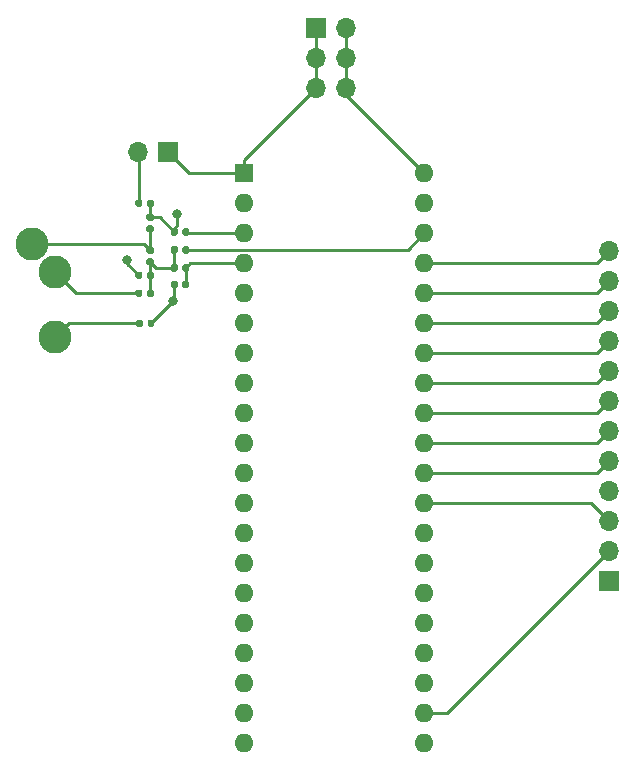
<source format=gbr>
%TF.GenerationSoftware,KiCad,Pcbnew,(5.1.6)-1*%
%TF.CreationDate,2020-09-22T21:50:49+03:00*%
%TF.ProjectId,AY devboard,41592064-6576-4626-9f61-72642e6b6963,rev?*%
%TF.SameCoordinates,Original*%
%TF.FileFunction,Copper,L1,Top*%
%TF.FilePolarity,Positive*%
%FSLAX46Y46*%
G04 Gerber Fmt 4.6, Leading zero omitted, Abs format (unit mm)*
G04 Created by KiCad (PCBNEW (5.1.6)-1) date 2020-09-22 21:50:49*
%MOMM*%
%LPD*%
G01*
G04 APERTURE LIST*
%TA.AperFunction,ComponentPad*%
%ADD10O,1.600000X1.600000*%
%TD*%
%TA.AperFunction,ComponentPad*%
%ADD11R,1.600000X1.600000*%
%TD*%
%TA.AperFunction,ComponentPad*%
%ADD12O,1.700000X1.700000*%
%TD*%
%TA.AperFunction,ComponentPad*%
%ADD13R,1.700000X1.700000*%
%TD*%
%TA.AperFunction,ComponentPad*%
%ADD14C,2.800000*%
%TD*%
%TA.AperFunction,ViaPad*%
%ADD15C,0.800000*%
%TD*%
%TA.AperFunction,Conductor*%
%ADD16C,0.250000*%
%TD*%
G04 APERTURE END LIST*
D10*
%TO.P,U2,40*%
%TO.N,+5V*%
X126104000Y-65520000D03*
%TO.P,U2,20*%
%TO.N,N/C*%
X110864000Y-113780000D03*
%TO.P,U2,39*%
X126104000Y-68060000D03*
%TO.P,U2,19*%
X110864000Y-111240000D03*
%TO.P,U2,38*%
%TO.N,Net-(R20-Pad2)*%
X126104000Y-70600000D03*
%TO.P,U2,18*%
%TO.N,N/C*%
X110864000Y-108700000D03*
%TO.P,U2,37*%
%TO.N,/D0*%
X126104000Y-73140000D03*
%TO.P,U2,17*%
%TO.N,N/C*%
X110864000Y-106160000D03*
%TO.P,U2,36*%
%TO.N,/D1*%
X126104000Y-75680000D03*
%TO.P,U2,16*%
%TO.N,N/C*%
X110864000Y-103620000D03*
%TO.P,U2,35*%
%TO.N,/D2*%
X126104000Y-78220000D03*
%TO.P,U2,15*%
%TO.N,N/C*%
X110864000Y-101080000D03*
%TO.P,U2,34*%
%TO.N,/D3*%
X126104000Y-80760000D03*
%TO.P,U2,14*%
%TO.N,N/C*%
X110864000Y-98540000D03*
%TO.P,U2,33*%
%TO.N,/D4*%
X126104000Y-83300000D03*
%TO.P,U2,13*%
%TO.N,N/C*%
X110864000Y-96000000D03*
%TO.P,U2,32*%
%TO.N,/D5*%
X126104000Y-85840000D03*
%TO.P,U2,12*%
%TO.N,N/C*%
X110864000Y-93460000D03*
%TO.P,U2,31*%
%TO.N,/D6*%
X126104000Y-88380000D03*
%TO.P,U2,11*%
%TO.N,N/C*%
X110864000Y-90920000D03*
%TO.P,U2,30*%
%TO.N,/D7*%
X126104000Y-90920000D03*
%TO.P,U2,10*%
%TO.N,N/C*%
X110864000Y-88380000D03*
%TO.P,U2,29*%
%TO.N,/BC1*%
X126104000Y-93460000D03*
%TO.P,U2,9*%
%TO.N,N/C*%
X110864000Y-85840000D03*
%TO.P,U2,28*%
%TO.N,+5V*%
X126104000Y-96000000D03*
%TO.P,U2,8*%
%TO.N,N/C*%
X110864000Y-83300000D03*
%TO.P,U2,27*%
%TO.N,/BDIR*%
X126104000Y-98540000D03*
%TO.P,U2,7*%
%TO.N,N/C*%
X110864000Y-80760000D03*
%TO.P,U2,26*%
X126104000Y-101080000D03*
%TO.P,U2,6*%
X110864000Y-78220000D03*
%TO.P,U2,25*%
%TO.N,+5V*%
X126104000Y-103620000D03*
%TO.P,U2,5*%
%TO.N,N/C*%
X110864000Y-75680000D03*
%TO.P,U2,24*%
%TO.N,GND*%
X126104000Y-106160000D03*
%TO.P,U2,4*%
%TO.N,Net-(R21-Pad2)*%
X110864000Y-73140000D03*
%TO.P,U2,23*%
%TO.N,/~RESET*%
X126104000Y-108700000D03*
%TO.P,U2,3*%
%TO.N,Net-(R19-Pad2)*%
X110864000Y-70600000D03*
%TO.P,U2,22*%
%TO.N,/CLOCK*%
X126104000Y-111240000D03*
%TO.P,U2,2*%
%TO.N,N/C*%
X110864000Y-68060000D03*
%TO.P,U2,21*%
X126104000Y-113780000D03*
D11*
%TO.P,U2,1*%
%TO.N,GND*%
X110864000Y-65520000D03*
%TD*%
%TO.P,R23,2*%
%TO.N,GND*%
%TA.AperFunction,SMDPad,CuDef*%
G36*
G01*
X103074500Y-72350000D02*
X102729500Y-72350000D01*
G75*
G02*
X102582000Y-72202500I0J147500D01*
G01*
X102582000Y-71907500D01*
G75*
G02*
X102729500Y-71760000I147500J0D01*
G01*
X103074500Y-71760000D01*
G75*
G02*
X103222000Y-71907500I0J-147500D01*
G01*
X103222000Y-72202500D01*
G75*
G02*
X103074500Y-72350000I-147500J0D01*
G01*
G37*
%TD.AperFunction*%
%TO.P,R23,1*%
%TO.N,Net-(C58-Pad2)*%
%TA.AperFunction,SMDPad,CuDef*%
G36*
G01*
X103074500Y-73320000D02*
X102729500Y-73320000D01*
G75*
G02*
X102582000Y-73172500I0J147500D01*
G01*
X102582000Y-72877500D01*
G75*
G02*
X102729500Y-72730000I147500J0D01*
G01*
X103074500Y-72730000D01*
G75*
G02*
X103222000Y-72877500I0J-147500D01*
G01*
X103222000Y-73172500D01*
G75*
G02*
X103074500Y-73320000I-147500J0D01*
G01*
G37*
%TD.AperFunction*%
%TD*%
%TO.P,R22,2*%
%TO.N,Net-(R21-Pad2)*%
%TA.AperFunction,SMDPad,CuDef*%
G36*
G01*
X105623000Y-75102500D02*
X105623000Y-74757500D01*
G75*
G02*
X105770500Y-74610000I147500J0D01*
G01*
X106065500Y-74610000D01*
G75*
G02*
X106213000Y-74757500I0J-147500D01*
G01*
X106213000Y-75102500D01*
G75*
G02*
X106065500Y-75250000I-147500J0D01*
G01*
X105770500Y-75250000D01*
G75*
G02*
X105623000Y-75102500I0J147500D01*
G01*
G37*
%TD.AperFunction*%
%TO.P,R22,1*%
%TO.N,Net-(C57-Pad2)*%
%TA.AperFunction,SMDPad,CuDef*%
G36*
G01*
X104653000Y-75102500D02*
X104653000Y-74757500D01*
G75*
G02*
X104800500Y-74610000I147500J0D01*
G01*
X105095500Y-74610000D01*
G75*
G02*
X105243000Y-74757500I0J-147500D01*
G01*
X105243000Y-75102500D01*
G75*
G02*
X105095500Y-75250000I-147500J0D01*
G01*
X104800500Y-75250000D01*
G75*
G02*
X104653000Y-75102500I0J147500D01*
G01*
G37*
%TD.AperFunction*%
%TD*%
%TO.P,R21,2*%
%TO.N,Net-(R21-Pad2)*%
%TA.AperFunction,SMDPad,CuDef*%
G36*
G01*
X105623000Y-73705500D02*
X105623000Y-73360500D01*
G75*
G02*
X105770500Y-73213000I147500J0D01*
G01*
X106065500Y-73213000D01*
G75*
G02*
X106213000Y-73360500I0J-147500D01*
G01*
X106213000Y-73705500D01*
G75*
G02*
X106065500Y-73853000I-147500J0D01*
G01*
X105770500Y-73853000D01*
G75*
G02*
X105623000Y-73705500I0J147500D01*
G01*
G37*
%TD.AperFunction*%
%TO.P,R21,1*%
%TO.N,Net-(C58-Pad2)*%
%TA.AperFunction,SMDPad,CuDef*%
G36*
G01*
X104653000Y-73705500D02*
X104653000Y-73360500D01*
G75*
G02*
X104800500Y-73213000I147500J0D01*
G01*
X105095500Y-73213000D01*
G75*
G02*
X105243000Y-73360500I0J-147500D01*
G01*
X105243000Y-73705500D01*
G75*
G02*
X105095500Y-73853000I-147500J0D01*
G01*
X104800500Y-73853000D01*
G75*
G02*
X104653000Y-73705500I0J147500D01*
G01*
G37*
%TD.AperFunction*%
%TD*%
%TO.P,R20,2*%
%TO.N,Net-(R20-Pad2)*%
%TA.AperFunction,SMDPad,CuDef*%
G36*
G01*
X105623000Y-72181500D02*
X105623000Y-71836500D01*
G75*
G02*
X105770500Y-71689000I147500J0D01*
G01*
X106065500Y-71689000D01*
G75*
G02*
X106213000Y-71836500I0J-147500D01*
G01*
X106213000Y-72181500D01*
G75*
G02*
X106065500Y-72329000I-147500J0D01*
G01*
X105770500Y-72329000D01*
G75*
G02*
X105623000Y-72181500I0J147500D01*
G01*
G37*
%TD.AperFunction*%
%TO.P,R20,1*%
%TO.N,Net-(C58-Pad2)*%
%TA.AperFunction,SMDPad,CuDef*%
G36*
G01*
X104653000Y-72181500D02*
X104653000Y-71836500D01*
G75*
G02*
X104800500Y-71689000I147500J0D01*
G01*
X105095500Y-71689000D01*
G75*
G02*
X105243000Y-71836500I0J-147500D01*
G01*
X105243000Y-72181500D01*
G75*
G02*
X105095500Y-72329000I-147500J0D01*
G01*
X104800500Y-72329000D01*
G75*
G02*
X104653000Y-72181500I0J147500D01*
G01*
G37*
%TD.AperFunction*%
%TD*%
%TO.P,R19,2*%
%TO.N,Net-(R19-Pad2)*%
%TA.AperFunction,SMDPad,CuDef*%
G36*
G01*
X105623000Y-70657500D02*
X105623000Y-70312500D01*
G75*
G02*
X105770500Y-70165000I147500J0D01*
G01*
X106065500Y-70165000D01*
G75*
G02*
X106213000Y-70312500I0J-147500D01*
G01*
X106213000Y-70657500D01*
G75*
G02*
X106065500Y-70805000I-147500J0D01*
G01*
X105770500Y-70805000D01*
G75*
G02*
X105623000Y-70657500I0J147500D01*
G01*
G37*
%TD.AperFunction*%
%TO.P,R19,1*%
%TO.N,Net-(C57-Pad2)*%
%TA.AperFunction,SMDPad,CuDef*%
G36*
G01*
X104653000Y-70657500D02*
X104653000Y-70312500D01*
G75*
G02*
X104800500Y-70165000I147500J0D01*
G01*
X105095500Y-70165000D01*
G75*
G02*
X105243000Y-70312500I0J-147500D01*
G01*
X105243000Y-70657500D01*
G75*
G02*
X105095500Y-70805000I-147500J0D01*
G01*
X104800500Y-70805000D01*
G75*
G02*
X104653000Y-70657500I0J147500D01*
G01*
G37*
%TD.AperFunction*%
%TD*%
%TO.P,R18,2*%
%TO.N,Net-(C57-Pad2)*%
%TA.AperFunction,SMDPad,CuDef*%
G36*
G01*
X103074500Y-69556000D02*
X102729500Y-69556000D01*
G75*
G02*
X102582000Y-69408500I0J147500D01*
G01*
X102582000Y-69113500D01*
G75*
G02*
X102729500Y-68966000I147500J0D01*
G01*
X103074500Y-68966000D01*
G75*
G02*
X103222000Y-69113500I0J-147500D01*
G01*
X103222000Y-69408500D01*
G75*
G02*
X103074500Y-69556000I-147500J0D01*
G01*
G37*
%TD.AperFunction*%
%TO.P,R18,1*%
%TO.N,GND*%
%TA.AperFunction,SMDPad,CuDef*%
G36*
G01*
X103074500Y-70526000D02*
X102729500Y-70526000D01*
G75*
G02*
X102582000Y-70378500I0J147500D01*
G01*
X102582000Y-70083500D01*
G75*
G02*
X102729500Y-69936000I147500J0D01*
G01*
X103074500Y-69936000D01*
G75*
G02*
X103222000Y-70083500I0J-147500D01*
G01*
X103222000Y-70378500D01*
G75*
G02*
X103074500Y-70526000I-147500J0D01*
G01*
G37*
%TD.AperFunction*%
%TD*%
%TO.P,R17,2*%
%TO.N,Net-(C57-Pad2)*%
%TA.AperFunction,SMDPad,CuDef*%
G36*
G01*
X102632000Y-68244500D02*
X102632000Y-67899500D01*
G75*
G02*
X102779500Y-67752000I147500J0D01*
G01*
X103074500Y-67752000D01*
G75*
G02*
X103222000Y-67899500I0J-147500D01*
G01*
X103222000Y-68244500D01*
G75*
G02*
X103074500Y-68392000I-147500J0D01*
G01*
X102779500Y-68392000D01*
G75*
G02*
X102632000Y-68244500I0J147500D01*
G01*
G37*
%TD.AperFunction*%
%TO.P,R17,1*%
%TO.N,Net-(J2-Pad2)*%
%TA.AperFunction,SMDPad,CuDef*%
G36*
G01*
X101662000Y-68244500D02*
X101662000Y-67899500D01*
G75*
G02*
X101809500Y-67752000I147500J0D01*
G01*
X102104500Y-67752000D01*
G75*
G02*
X102252000Y-67899500I0J-147500D01*
G01*
X102252000Y-68244500D01*
G75*
G02*
X102104500Y-68392000I-147500J0D01*
G01*
X101809500Y-68392000D01*
G75*
G02*
X101662000Y-68244500I0J147500D01*
G01*
G37*
%TD.AperFunction*%
%TD*%
%TO.P,R16,2*%
%TO.N,Net-(C58-Pad2)*%
%TA.AperFunction,SMDPad,CuDef*%
G36*
G01*
X102632000Y-74340500D02*
X102632000Y-73995500D01*
G75*
G02*
X102779500Y-73848000I147500J0D01*
G01*
X103074500Y-73848000D01*
G75*
G02*
X103222000Y-73995500I0J-147500D01*
G01*
X103222000Y-74340500D01*
G75*
G02*
X103074500Y-74488000I-147500J0D01*
G01*
X102779500Y-74488000D01*
G75*
G02*
X102632000Y-74340500I0J147500D01*
G01*
G37*
%TD.AperFunction*%
%TO.P,R16,1*%
%TO.N,Net-(J2-Pad2)*%
%TA.AperFunction,SMDPad,CuDef*%
G36*
G01*
X101662000Y-74340500D02*
X101662000Y-73995500D01*
G75*
G02*
X101809500Y-73848000I147500J0D01*
G01*
X102104500Y-73848000D01*
G75*
G02*
X102252000Y-73995500I0J-147500D01*
G01*
X102252000Y-74340500D01*
G75*
G02*
X102104500Y-74488000I-147500J0D01*
G01*
X101809500Y-74488000D01*
G75*
G02*
X101662000Y-74340500I0J147500D01*
G01*
G37*
%TD.AperFunction*%
%TD*%
D12*
%TO.P,J4,12*%
%TO.N,/D0*%
X141732000Y-72136000D03*
%TO.P,J4,11*%
%TO.N,/D1*%
X141732000Y-74676000D03*
%TO.P,J4,10*%
%TO.N,/D2*%
X141732000Y-77216000D03*
%TO.P,J4,9*%
%TO.N,/D3*%
X141732000Y-79756000D03*
%TO.P,J4,8*%
%TO.N,/D4*%
X141732000Y-82296000D03*
%TO.P,J4,7*%
%TO.N,/D5*%
X141732000Y-84836000D03*
%TO.P,J4,6*%
%TO.N,/D6*%
X141732000Y-87376000D03*
%TO.P,J4,5*%
%TO.N,/D7*%
X141732000Y-89916000D03*
%TO.P,J4,4*%
%TO.N,/BDIR*%
X141732000Y-92456000D03*
%TO.P,J4,3*%
%TO.N,/BC1*%
X141732000Y-94996000D03*
%TO.P,J4,2*%
%TO.N,/CLOCK*%
X141732000Y-97536000D03*
D13*
%TO.P,J4,1*%
%TO.N,/~RESET*%
X141732000Y-100076000D03*
%TD*%
D14*
%TO.P,J3,R*%
%TO.N,Net-(C57-Pad1)*%
X94869000Y-79414000D03*
%TO.P,J3,T*%
%TO.N,Net-(C58-Pad1)*%
X94869000Y-73914000D03*
%TO.P,J3,S*%
%TO.N,GND*%
X92869000Y-71514000D03*
%TD*%
D12*
%TO.P,J2,2*%
%TO.N,Net-(J2-Pad2)*%
X101854000Y-63754000D03*
D13*
%TO.P,J2,1*%
%TO.N,GND*%
X104394000Y-63754000D03*
%TD*%
D12*
%TO.P,J1,6*%
%TO.N,+5V*%
X119507000Y-58293000D03*
%TO.P,J1,5*%
%TO.N,GND*%
X116967000Y-58293000D03*
%TO.P,J1,4*%
%TO.N,+5V*%
X119507000Y-55753000D03*
%TO.P,J1,3*%
%TO.N,GND*%
X116967000Y-55753000D03*
%TO.P,J1,2*%
%TO.N,+5V*%
X119507000Y-53213000D03*
D13*
%TO.P,J1,1*%
%TO.N,GND*%
X116967000Y-53213000D03*
%TD*%
%TO.P,C58,2*%
%TO.N,Net-(C58-Pad2)*%
%TA.AperFunction,SMDPad,CuDef*%
G36*
G01*
X102632000Y-75864500D02*
X102632000Y-75519500D01*
G75*
G02*
X102779500Y-75372000I147500J0D01*
G01*
X103074500Y-75372000D01*
G75*
G02*
X103222000Y-75519500I0J-147500D01*
G01*
X103222000Y-75864500D01*
G75*
G02*
X103074500Y-76012000I-147500J0D01*
G01*
X102779500Y-76012000D01*
G75*
G02*
X102632000Y-75864500I0J147500D01*
G01*
G37*
%TD.AperFunction*%
%TO.P,C58,1*%
%TO.N,Net-(C58-Pad1)*%
%TA.AperFunction,SMDPad,CuDef*%
G36*
G01*
X101662000Y-75864500D02*
X101662000Y-75519500D01*
G75*
G02*
X101809500Y-75372000I147500J0D01*
G01*
X102104500Y-75372000D01*
G75*
G02*
X102252000Y-75519500I0J-147500D01*
G01*
X102252000Y-75864500D01*
G75*
G02*
X102104500Y-76012000I-147500J0D01*
G01*
X101809500Y-76012000D01*
G75*
G02*
X101662000Y-75864500I0J147500D01*
G01*
G37*
%TD.AperFunction*%
%TD*%
%TO.P,C57,2*%
%TO.N,Net-(C57-Pad2)*%
%TA.AperFunction,SMDPad,CuDef*%
G36*
G01*
X102679000Y-78404500D02*
X102679000Y-78059500D01*
G75*
G02*
X102826500Y-77912000I147500J0D01*
G01*
X103121500Y-77912000D01*
G75*
G02*
X103269000Y-78059500I0J-147500D01*
G01*
X103269000Y-78404500D01*
G75*
G02*
X103121500Y-78552000I-147500J0D01*
G01*
X102826500Y-78552000D01*
G75*
G02*
X102679000Y-78404500I0J147500D01*
G01*
G37*
%TD.AperFunction*%
%TO.P,C57,1*%
%TO.N,Net-(C57-Pad1)*%
%TA.AperFunction,SMDPad,CuDef*%
G36*
G01*
X101709000Y-78404500D02*
X101709000Y-78059500D01*
G75*
G02*
X101856500Y-77912000I147500J0D01*
G01*
X102151500Y-77912000D01*
G75*
G02*
X102299000Y-78059500I0J-147500D01*
G01*
X102299000Y-78404500D01*
G75*
G02*
X102151500Y-78552000I-147500J0D01*
G01*
X101856500Y-78552000D01*
G75*
G02*
X101709000Y-78404500I0J147500D01*
G01*
G37*
%TD.AperFunction*%
%TD*%
D15*
%TO.N,Net-(C57-Pad2)*%
X105156000Y-68961000D03*
X104827000Y-76379000D03*
%TO.N,Net-(J2-Pad2)*%
X100965000Y-72898000D03*
%TD*%
D16*
%TO.N,Net-(C57-Pad2)*%
X103724000Y-69261000D02*
X102902000Y-69261000D01*
X104948000Y-70485000D02*
X103724000Y-69261000D01*
X102902000Y-68097000D02*
X102927000Y-68072000D01*
X102902000Y-69261000D02*
X102902000Y-68097000D01*
X104948000Y-76258000D02*
X104827000Y-76379000D01*
X104948000Y-74930000D02*
X104948000Y-76258000D01*
X104948000Y-70165000D02*
X105156000Y-69957000D01*
X104948000Y-70485000D02*
X104948000Y-70165000D01*
X105156000Y-69957000D02*
X105156000Y-68961000D01*
X105156000Y-68961000D02*
X105156000Y-68961000D01*
X104827000Y-76379000D02*
X102974000Y-78232000D01*
%TO.N,Net-(C57-Pad1)*%
X96051000Y-78232000D02*
X94869000Y-79414000D01*
X102004000Y-78232000D02*
X96051000Y-78232000D01*
%TO.N,Net-(C58-Pad2)*%
X104948000Y-72009000D02*
X104948000Y-73533000D01*
X103410000Y-73533000D02*
X102902000Y-73025000D01*
X104948000Y-73533000D02*
X103410000Y-73533000D01*
X102902000Y-74143000D02*
X102927000Y-74168000D01*
X102902000Y-73025000D02*
X102902000Y-74143000D01*
X102927000Y-74168000D02*
X102927000Y-75692000D01*
%TO.N,Net-(C58-Pad1)*%
X96647000Y-75692000D02*
X94869000Y-73914000D01*
X101957000Y-75692000D02*
X96647000Y-75692000D01*
%TO.N,+5V*%
X119507000Y-58923000D02*
X119507000Y-58293000D01*
X126104000Y-65520000D02*
X119507000Y-58923000D01*
X119507000Y-58293000D02*
X119507000Y-55753000D01*
X119507000Y-55753000D02*
X119507000Y-53213000D01*
%TO.N,GND*%
X110864000Y-64396000D02*
X110864000Y-65520000D01*
X116967000Y-58293000D02*
X110864000Y-64396000D01*
X106160000Y-65520000D02*
X104394000Y-63754000D01*
X110864000Y-65520000D02*
X106160000Y-65520000D01*
X102902000Y-72055000D02*
X102902000Y-70231000D01*
X102361000Y-71514000D02*
X102902000Y-72055000D01*
X92869000Y-71514000D02*
X102361000Y-71514000D01*
X116967000Y-53213000D02*
X116967000Y-55753000D01*
X116967000Y-55753000D02*
X116967000Y-58293000D01*
%TO.N,Net-(J2-Pad2)*%
X100965000Y-73176000D02*
X101957000Y-74168000D01*
X100965000Y-72898000D02*
X100965000Y-73176000D01*
X101957000Y-63857000D02*
X101854000Y-63754000D01*
X101957000Y-68072000D02*
X101957000Y-63857000D01*
%TO.N,/D0*%
X140728000Y-73140000D02*
X141732000Y-72136000D01*
X126104000Y-73140000D02*
X140728000Y-73140000D01*
%TO.N,/D1*%
X140728000Y-75680000D02*
X141732000Y-74676000D01*
X126104000Y-75680000D02*
X140728000Y-75680000D01*
%TO.N,/D2*%
X140728000Y-78220000D02*
X141732000Y-77216000D01*
X126104000Y-78220000D02*
X140728000Y-78220000D01*
%TO.N,/D3*%
X140728000Y-80760000D02*
X141732000Y-79756000D01*
X126104000Y-80760000D02*
X140728000Y-80760000D01*
%TO.N,/D4*%
X140728000Y-83300000D02*
X141732000Y-82296000D01*
X126104000Y-83300000D02*
X140728000Y-83300000D01*
%TO.N,/D5*%
X140728000Y-85840000D02*
X141732000Y-84836000D01*
X126104000Y-85840000D02*
X140728000Y-85840000D01*
%TO.N,/D6*%
X140728000Y-88380000D02*
X141732000Y-87376000D01*
X126104000Y-88380000D02*
X140728000Y-88380000D01*
%TO.N,/D7*%
X140728000Y-90920000D02*
X141732000Y-89916000D01*
X126104000Y-90920000D02*
X140728000Y-90920000D01*
%TO.N,/BC1*%
X140196000Y-93460000D02*
X141732000Y-94996000D01*
X126104000Y-93460000D02*
X140196000Y-93460000D01*
%TO.N,/CLOCK*%
X128028000Y-111240000D02*
X141732000Y-97536000D01*
X126104000Y-111240000D02*
X128028000Y-111240000D01*
%TO.N,Net-(R19-Pad2)*%
X106033000Y-70600000D02*
X105918000Y-70485000D01*
X110864000Y-70600000D02*
X106033000Y-70600000D01*
%TO.N,Net-(R20-Pad2)*%
X124695000Y-72009000D02*
X105918000Y-72009000D01*
X126104000Y-70600000D02*
X124695000Y-72009000D01*
%TO.N,Net-(R21-Pad2)*%
X106311000Y-73140000D02*
X105918000Y-73533000D01*
X110864000Y-73140000D02*
X106311000Y-73140000D01*
X105918000Y-73533000D02*
X105918000Y-74930000D01*
%TD*%
M02*

</source>
